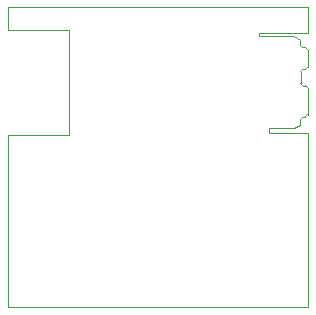
<source format=gm1>
%TF.GenerationSoftware,KiCad,Pcbnew,(5.1.7)-1*%
%TF.CreationDate,2020-11-06T21:26:38+01:00*%
%TF.ProjectId,twonkie,74776f6e-6b69-4652-9e6b-696361645f70,rev?*%
%TF.SameCoordinates,PX448d510PY20b3950*%
%TF.FileFunction,Profile,NP*%
%FSLAX46Y46*%
G04 Gerber Fmt 4.6, Leading zero omitted, Abs format (unit mm)*
G04 Created by KiCad (PCBNEW (5.1.7)-1) date 2020-11-06 21:26:38*
%MOMM*%
%LPD*%
G01*
G04 APERTURE LIST*
%TA.AperFunction,Profile*%
%ADD10C,0.050000*%
%TD*%
%TA.AperFunction,Profile*%
%ADD11C,0.100000*%
%TD*%
G04 APERTURE END LIST*
D10*
X25400000Y-25400000D02*
X0Y-25400000D01*
X25400000Y-10650000D02*
X25400000Y-25400000D01*
X25400000Y0D02*
X0Y0D01*
X25400000Y-2225000D02*
X25400000Y0D01*
X0Y-10795000D02*
X0Y-25400000D01*
X5207000Y-10795000D02*
X0Y-10795000D01*
X5207000Y-1905000D02*
X5207000Y-10795000D01*
X0Y-1905000D02*
X5207000Y-1905000D01*
X0Y0D02*
X0Y-1905000D01*
D11*
%TO.C,J1*%
X22150000Y-10250000D02*
X22150000Y-10650000D01*
X24250000Y-10250000D02*
X22150000Y-10250000D01*
X24750000Y-9950000D02*
X24250000Y-10250000D01*
X25000000Y-6650000D02*
X25200000Y-6650000D01*
X25400000Y-6850000D02*
X25400000Y-9100000D01*
X25200000Y-9300000D02*
X24950000Y-9300000D01*
X24750000Y-9500000D02*
X24750000Y-9950000D01*
X25400000Y-3600000D02*
X25400000Y-5050000D01*
X25200000Y-5250000D02*
X25000000Y-5250000D01*
X24800000Y-5450000D02*
X24800000Y-6450000D01*
X24750000Y-2750000D02*
X24750000Y-3200000D01*
X24950000Y-3400000D02*
X25200000Y-3400000D01*
X24750000Y-2750000D02*
X24250000Y-2450000D01*
X24250000Y-2450000D02*
X21250000Y-2450000D01*
X21250000Y-2450000D02*
X21250000Y-2225000D01*
X22150000Y-10650000D02*
X25400000Y-10650000D01*
X21250000Y-2225000D02*
X25400000Y-2225000D01*
X25200000Y-3400000D02*
G75*
G02*
X25400000Y-3600000I0J-200000D01*
G01*
X24750000Y-3200000D02*
G75*
G03*
X24950000Y-3400000I200000J0D01*
G01*
X24800000Y-6450000D02*
G75*
G03*
X25000000Y-6650000I200000J0D01*
G01*
X25000000Y-5250000D02*
G75*
G03*
X24800000Y-5450000I0J-200000D01*
G01*
X25400000Y-5050000D02*
G75*
G02*
X25200000Y-5250000I-200000J0D01*
G01*
X24950000Y-9300000D02*
G75*
G03*
X24750000Y-9500000I0J-200000D01*
G01*
X25400000Y-9100000D02*
G75*
G02*
X25200000Y-9300000I-200000J0D01*
G01*
X25200000Y-6650000D02*
G75*
G02*
X25400000Y-6850000I0J-200000D01*
G01*
%TD*%
M02*

</source>
